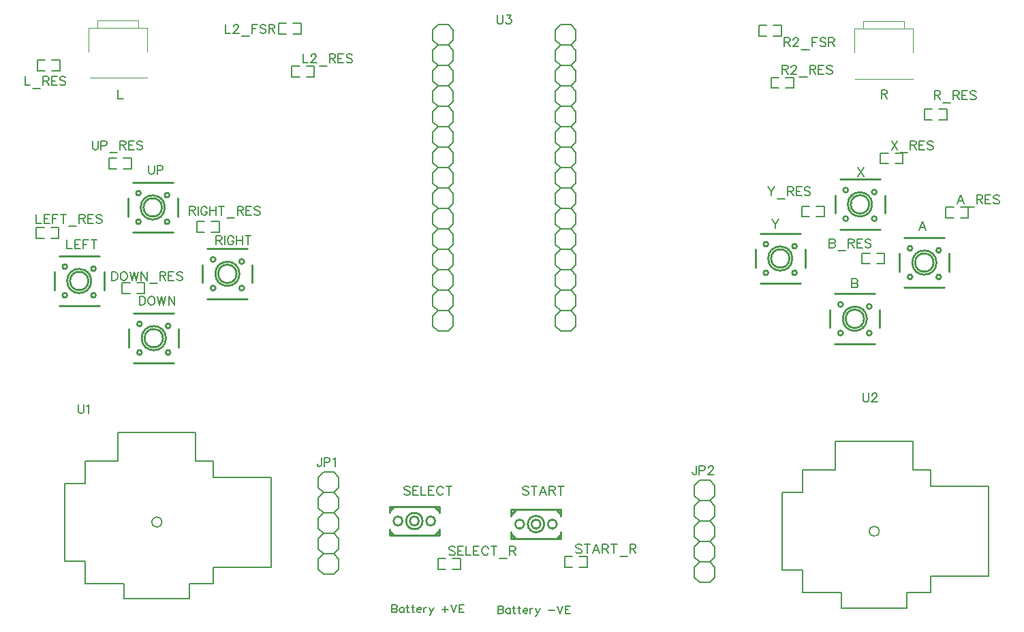
<source format=gto>
G04 Layer: TopSilkscreenLayer*
G04 EasyEDA v6.5.5, 2022-05-16 22:10:27*
G04 b8c07eb695134d75bee5dc6a5e37684e,a4ea12fd96744f7d9b8618c9b4952ea7,10*
G04 Gerber Generator version 0.2*
G04 Scale: 100 percent, Rotated: No, Reflected: No *
G04 Dimensions in millimeters *
G04 leading zeros omitted , absolute positions ,4 integer and 5 decimal *
%FSLAX45Y45*%
%MOMM*%

%ADD21C,0.2540*%
%ADD22C,0.1524*%
%ADD23C,0.2032*%
%ADD24C,0.1001*%
%ADD25C,0.2000*%

%LPD*%
D25*
X304800Y-1258062D02*
G01*
X304800Y-1353565D01*
X304800Y-1258062D02*
G01*
X345693Y-1258062D01*
X359409Y-1262634D01*
X363981Y-1267205D01*
X368554Y-1276095D01*
X368554Y-1285239D01*
X363981Y-1294384D01*
X359409Y-1298955D01*
X345693Y-1303528D01*
X304800Y-1303528D02*
G01*
X345693Y-1303528D01*
X359409Y-1308100D01*
X363981Y-1312418D01*
X368554Y-1321562D01*
X368554Y-1335278D01*
X363981Y-1344421D01*
X359409Y-1348994D01*
X345693Y-1353565D01*
X304800Y-1353565D01*
X452881Y-1289812D02*
G01*
X452881Y-1353565D01*
X452881Y-1303528D02*
G01*
X443991Y-1294384D01*
X434847Y-1289812D01*
X421131Y-1289812D01*
X411988Y-1294384D01*
X403097Y-1303528D01*
X398525Y-1316989D01*
X398525Y-1326134D01*
X403097Y-1339850D01*
X411988Y-1348994D01*
X421131Y-1353565D01*
X434847Y-1353565D01*
X443991Y-1348994D01*
X452881Y-1339850D01*
X496570Y-1258062D02*
G01*
X496570Y-1335278D01*
X501141Y-1348994D01*
X510286Y-1353565D01*
X519429Y-1353565D01*
X483108Y-1289812D02*
G01*
X514858Y-1289812D01*
X562863Y-1258062D02*
G01*
X562863Y-1335278D01*
X567436Y-1348994D01*
X576579Y-1353565D01*
X585724Y-1353565D01*
X549402Y-1289812D02*
G01*
X581152Y-1289812D01*
X615695Y-1316989D02*
G01*
X670306Y-1316989D01*
X670306Y-1308100D01*
X665734Y-1298955D01*
X661161Y-1294384D01*
X652018Y-1289812D01*
X638556Y-1289812D01*
X629411Y-1294384D01*
X620268Y-1303528D01*
X615695Y-1316989D01*
X615695Y-1326134D01*
X620268Y-1339850D01*
X629411Y-1348994D01*
X638556Y-1353565D01*
X652018Y-1353565D01*
X661161Y-1348994D01*
X670306Y-1339850D01*
X700277Y-1289812D02*
G01*
X700277Y-1353565D01*
X700277Y-1316989D02*
G01*
X704850Y-1303528D01*
X713993Y-1294384D01*
X722884Y-1289812D01*
X736600Y-1289812D01*
X771143Y-1289812D02*
G01*
X798322Y-1353565D01*
X825754Y-1289812D02*
G01*
X798322Y-1353565D01*
X789431Y-1371600D01*
X780288Y-1380744D01*
X771143Y-1385315D01*
X766572Y-1385315D01*
X966724Y-1271523D02*
G01*
X966724Y-1353565D01*
X925829Y-1312418D02*
G01*
X1007618Y-1312418D01*
X1037590Y-1258062D02*
G01*
X1073911Y-1353565D01*
X1110234Y-1258062D02*
G01*
X1073911Y-1353565D01*
X1140206Y-1258062D02*
G01*
X1140206Y-1353565D01*
X1140206Y-1258062D02*
G01*
X1199388Y-1258062D01*
X1140206Y-1303528D02*
G01*
X1176527Y-1303528D01*
X1140206Y-1353565D02*
G01*
X1199388Y-1353565D01*
D23*
X1625600Y-1270762D02*
G01*
X1625600Y-1366265D01*
X1625600Y-1270762D02*
G01*
X1666493Y-1270762D01*
X1680209Y-1275334D01*
X1684781Y-1279905D01*
X1689354Y-1288795D01*
X1689354Y-1297939D01*
X1684781Y-1307084D01*
X1680209Y-1311655D01*
X1666493Y-1316228D01*
X1625600Y-1316228D02*
G01*
X1666493Y-1316228D01*
X1680209Y-1320800D01*
X1684781Y-1325118D01*
X1689354Y-1334262D01*
X1689354Y-1347978D01*
X1684781Y-1357121D01*
X1680209Y-1361694D01*
X1666493Y-1366265D01*
X1625600Y-1366265D01*
X1773681Y-1302512D02*
G01*
X1773681Y-1366265D01*
X1773681Y-1316228D02*
G01*
X1764791Y-1307084D01*
X1755647Y-1302512D01*
X1741931Y-1302512D01*
X1732788Y-1307084D01*
X1723897Y-1316228D01*
X1719325Y-1329689D01*
X1719325Y-1338834D01*
X1723897Y-1352550D01*
X1732788Y-1361694D01*
X1741931Y-1366265D01*
X1755647Y-1366265D01*
X1764791Y-1361694D01*
X1773681Y-1352550D01*
X1817370Y-1270762D02*
G01*
X1817370Y-1347978D01*
X1821941Y-1361694D01*
X1831086Y-1366265D01*
X1840229Y-1366265D01*
X1803908Y-1302512D02*
G01*
X1835658Y-1302512D01*
X1883663Y-1270762D02*
G01*
X1883663Y-1347978D01*
X1888236Y-1361694D01*
X1897379Y-1366265D01*
X1906524Y-1366265D01*
X1870202Y-1302512D02*
G01*
X1901952Y-1302512D01*
X1936495Y-1329689D02*
G01*
X1991106Y-1329689D01*
X1991106Y-1320800D01*
X1986534Y-1311655D01*
X1981961Y-1307084D01*
X1972818Y-1302512D01*
X1959356Y-1302512D01*
X1950211Y-1307084D01*
X1941068Y-1316228D01*
X1936495Y-1329689D01*
X1936495Y-1338834D01*
X1941068Y-1352550D01*
X1950211Y-1361694D01*
X1959356Y-1366265D01*
X1972818Y-1366265D01*
X1981961Y-1361694D01*
X1991106Y-1352550D01*
X2021077Y-1302512D02*
G01*
X2021077Y-1366265D01*
X2021077Y-1329689D02*
G01*
X2025650Y-1316228D01*
X2034793Y-1307084D01*
X2043684Y-1302512D01*
X2057400Y-1302512D01*
X2091943Y-1302512D02*
G01*
X2119122Y-1366265D01*
X2146554Y-1302512D02*
G01*
X2119122Y-1366265D01*
X2110231Y-1384300D01*
X2101088Y-1393444D01*
X2091943Y-1398015D01*
X2087372Y-1398015D01*
X2246629Y-1325118D02*
G01*
X2328418Y-1325118D01*
X2358390Y-1270762D02*
G01*
X2394711Y-1366265D01*
X2431034Y-1270762D02*
G01*
X2394711Y-1366265D01*
X2461006Y-1270762D02*
G01*
X2461006Y-1366265D01*
X2461006Y-1270762D02*
G01*
X2520188Y-1270762D01*
X2461006Y-1316228D02*
G01*
X2497327Y-1316228D01*
X2461006Y-1366265D02*
G01*
X2520188Y-1366265D01*
D22*
X6899656Y3506215D02*
G01*
X6858000Y3397250D01*
X6899656Y3506215D02*
G01*
X6941058Y3397250D01*
X6873493Y3433571D02*
G01*
X6925563Y3433571D01*
X6019800Y2795015D02*
G01*
X6019800Y2686050D01*
X6019800Y2795015D02*
G01*
X6066536Y2795015D01*
X6082029Y2789936D01*
X6087363Y2784602D01*
X6092443Y2774187D01*
X6092443Y2763773D01*
X6087363Y2753360D01*
X6082029Y2748279D01*
X6066536Y2743200D01*
X6019800Y2743200D02*
G01*
X6066536Y2743200D01*
X6082029Y2737865D01*
X6087363Y2732786D01*
X6092443Y2722371D01*
X6092443Y2706623D01*
X6087363Y2696210D01*
X6082029Y2691129D01*
X6066536Y2686050D01*
X6019800Y2686050D01*
X-2832100Y2579115D02*
G01*
X-2832100Y2470150D01*
X-2832100Y2579115D02*
G01*
X-2795777Y2579115D01*
X-2780029Y2574036D01*
X-2769870Y2563621D01*
X-2764536Y2553207D01*
X-2759456Y2537460D01*
X-2759456Y2511552D01*
X-2764536Y2496057D01*
X-2769870Y2485644D01*
X-2780029Y2475229D01*
X-2795777Y2470150D01*
X-2832100Y2470150D01*
X-2693924Y2579115D02*
G01*
X-2704338Y2574036D01*
X-2714752Y2563621D01*
X-2719831Y2553207D01*
X-2725165Y2537460D01*
X-2725165Y2511552D01*
X-2719831Y2496057D01*
X-2714752Y2485644D01*
X-2704338Y2475229D01*
X-2693924Y2470150D01*
X-2673095Y2470150D01*
X-2662681Y2475229D01*
X-2652268Y2485644D01*
X-2647188Y2496057D01*
X-2641854Y2511552D01*
X-2641854Y2537460D01*
X-2647188Y2553207D01*
X-2652268Y2563621D01*
X-2662681Y2574036D01*
X-2673095Y2579115D01*
X-2693924Y2579115D01*
X-2607563Y2579115D02*
G01*
X-2581656Y2470150D01*
X-2555747Y2579115D02*
G01*
X-2581656Y2470150D01*
X-2555747Y2579115D02*
G01*
X-2529840Y2470150D01*
X-2503677Y2579115D02*
G01*
X-2529840Y2470150D01*
X-2469388Y2579115D02*
G01*
X-2469388Y2470150D01*
X-2469388Y2579115D02*
G01*
X-2396743Y2470150D01*
X-2396743Y2579115D02*
G01*
X-2396743Y2470150D01*
X-3733800Y3277615D02*
G01*
X-3733800Y3168650D01*
X-3733800Y3168650D02*
G01*
X-3671570Y3168650D01*
X-3637279Y3277615D02*
G01*
X-3637279Y3168650D01*
X-3637279Y3277615D02*
G01*
X-3569715Y3277615D01*
X-3637279Y3225800D02*
G01*
X-3595623Y3225800D01*
X-3637279Y3168650D02*
G01*
X-3569715Y3168650D01*
X-3535426Y3277615D02*
G01*
X-3535426Y3168650D01*
X-3535426Y3277615D02*
G01*
X-3467862Y3277615D01*
X-3535426Y3225800D02*
G01*
X-3493770Y3225800D01*
X-3397250Y3277615D02*
G01*
X-3397250Y3168650D01*
X-3433571Y3277615D02*
G01*
X-3360673Y3277615D01*
X-1879600Y3328415D02*
G01*
X-1879600Y3219450D01*
X-1879600Y3328415D02*
G01*
X-1832863Y3328415D01*
X-1817370Y3323336D01*
X-1812036Y3318002D01*
X-1806956Y3307587D01*
X-1806956Y3297173D01*
X-1812036Y3286760D01*
X-1817370Y3281679D01*
X-1832863Y3276600D01*
X-1879600Y3276600D01*
X-1843277Y3276600D02*
G01*
X-1806956Y3219450D01*
X-1772665Y3328415D02*
G01*
X-1772665Y3219450D01*
X-1660397Y3302507D02*
G01*
X-1665477Y3312921D01*
X-1675891Y3323336D01*
X-1686306Y3328415D01*
X-1707134Y3328415D01*
X-1717547Y3323336D01*
X-1727961Y3312921D01*
X-1733041Y3302507D01*
X-1738375Y3286760D01*
X-1738375Y3260852D01*
X-1733041Y3245357D01*
X-1727961Y3234944D01*
X-1717547Y3224529D01*
X-1707134Y3219450D01*
X-1686306Y3219450D01*
X-1675891Y3224529D01*
X-1665477Y3234944D01*
X-1660397Y3245357D01*
X-1660397Y3260852D01*
X-1686306Y3260852D02*
G01*
X-1660397Y3260852D01*
X-1626108Y3328415D02*
G01*
X-1626108Y3219450D01*
X-1553209Y3328415D02*
G01*
X-1553209Y3219450D01*
X-1626108Y3276600D02*
G01*
X-1553209Y3276600D01*
X-1482597Y3328415D02*
G01*
X-1482597Y3219450D01*
X-1518920Y3328415D02*
G01*
X-1446275Y3328415D01*
X-2717800Y4204715D02*
G01*
X-2717800Y4126737D01*
X-2712720Y4111244D01*
X-2702306Y4100829D01*
X-2686558Y4095750D01*
X-2676143Y4095750D01*
X-2660650Y4100829D01*
X-2650236Y4111244D01*
X-2645156Y4126737D01*
X-2645156Y4204715D01*
X-2610865Y4204715D02*
G01*
X-2610865Y4095750D01*
X-2610865Y4204715D02*
G01*
X-2564129Y4204715D01*
X-2548381Y4199636D01*
X-2543302Y4194302D01*
X-2537968Y4183887D01*
X-2537968Y4168394D01*
X-2543302Y4157979D01*
X-2548381Y4152900D01*
X-2564129Y4147565D01*
X-2610865Y4147565D01*
X6096000Y4179315D02*
G01*
X6168643Y4070350D01*
X6168643Y4179315D02*
G01*
X6096000Y4070350D01*
X5029200Y3531615D02*
G01*
X5070856Y3479800D01*
X5070856Y3422650D01*
X5112258Y3531615D02*
G01*
X5070856Y3479800D01*
X-570229Y572515D02*
G01*
X-570229Y489457D01*
X-575563Y473710D01*
X-580643Y468629D01*
X-591058Y463550D01*
X-601472Y463550D01*
X-611886Y468629D01*
X-617220Y473710D01*
X-622300Y489457D01*
X-622300Y499871D01*
X-535940Y572515D02*
G01*
X-535940Y463550D01*
X-535940Y572515D02*
G01*
X-489204Y572515D01*
X-473709Y567436D01*
X-468629Y562102D01*
X-463295Y551687D01*
X-463295Y536194D01*
X-468629Y525779D01*
X-473709Y520700D01*
X-489204Y515365D01*
X-535940Y515365D01*
X-429006Y551687D02*
G01*
X-418591Y557021D01*
X-403097Y572515D01*
X-403097Y463550D01*
X4090670Y470915D02*
G01*
X4090670Y387857D01*
X4085336Y372110D01*
X4080256Y367029D01*
X4069841Y361950D01*
X4059427Y361950D01*
X4049013Y367029D01*
X4043679Y372110D01*
X4038600Y387857D01*
X4038600Y398271D01*
X4124959Y470915D02*
G01*
X4124959Y361950D01*
X4124959Y470915D02*
G01*
X4171695Y470915D01*
X4187190Y465836D01*
X4192270Y460502D01*
X4197604Y450087D01*
X4197604Y434594D01*
X4192270Y424179D01*
X4187190Y419100D01*
X4171695Y413765D01*
X4124959Y413765D01*
X4236974Y445007D02*
G01*
X4236974Y450087D01*
X4242308Y460502D01*
X4247388Y465836D01*
X4257802Y470915D01*
X4278629Y470915D01*
X4289043Y465836D01*
X4294124Y460502D01*
X4299458Y450087D01*
X4299458Y439673D01*
X4294124Y429260D01*
X4283709Y413765D01*
X4231893Y361950D01*
X4304538Y361950D01*
X529843Y201424D02*
G01*
X519429Y211838D01*
X503936Y216918D01*
X483108Y216918D01*
X467613Y211838D01*
X457200Y201424D01*
X457200Y191010D01*
X462279Y180596D01*
X467613Y175262D01*
X478027Y170182D01*
X509270Y159768D01*
X519429Y154688D01*
X524763Y149354D01*
X529843Y138940D01*
X529843Y123446D01*
X519429Y113032D01*
X503936Y107952D01*
X483108Y107952D01*
X467613Y113032D01*
X457200Y123446D01*
X564134Y216918D02*
G01*
X564134Y107952D01*
X564134Y216918D02*
G01*
X631697Y216918D01*
X564134Y165102D02*
G01*
X605790Y165102D01*
X564134Y107952D02*
G01*
X631697Y107952D01*
X665988Y216918D02*
G01*
X665988Y107952D01*
X665988Y107952D02*
G01*
X728472Y107952D01*
X762761Y216918D02*
G01*
X762761Y107952D01*
X762761Y216918D02*
G01*
X830325Y216918D01*
X762761Y165102D02*
G01*
X804163Y165102D01*
X762761Y107952D02*
G01*
X830325Y107952D01*
X942340Y191010D02*
G01*
X937259Y201424D01*
X926845Y211838D01*
X916431Y216918D01*
X895604Y216918D01*
X885190Y211838D01*
X875029Y201424D01*
X869695Y191010D01*
X864615Y175262D01*
X864615Y149354D01*
X869695Y133860D01*
X875029Y123446D01*
X885190Y113032D01*
X895604Y107952D01*
X916431Y107952D01*
X926845Y113032D01*
X937259Y123446D01*
X942340Y133860D01*
X1013206Y216918D02*
G01*
X1013206Y107952D01*
X976629Y216918D02*
G01*
X1049527Y216918D01*
X2003043Y201424D02*
G01*
X1992629Y211838D01*
X1977136Y216918D01*
X1956308Y216918D01*
X1940813Y211838D01*
X1930400Y201424D01*
X1930400Y191010D01*
X1935479Y180596D01*
X1940813Y175262D01*
X1951227Y170182D01*
X1982470Y159768D01*
X1992629Y154688D01*
X1997963Y149354D01*
X2003043Y138940D01*
X2003043Y123446D01*
X1992629Y113032D01*
X1977136Y107952D01*
X1956308Y107952D01*
X1940813Y113032D01*
X1930400Y123446D01*
X2073909Y216918D02*
G01*
X2073909Y107952D01*
X2037334Y216918D02*
G01*
X2110231Y216918D01*
X2185924Y216918D02*
G01*
X2144522Y107952D01*
X2185924Y216918D02*
G01*
X2227579Y107952D01*
X2160015Y144274D02*
G01*
X2212086Y144274D01*
X2261870Y216918D02*
G01*
X2261870Y107952D01*
X2261870Y216918D02*
G01*
X2308606Y216918D01*
X2324100Y211838D01*
X2329434Y206504D01*
X2334513Y196090D01*
X2334513Y185676D01*
X2329434Y175262D01*
X2324100Y170182D01*
X2308606Y165102D01*
X2261870Y165102D01*
X2298191Y165102D02*
G01*
X2334513Y107952D01*
X2405379Y216918D02*
G01*
X2405379Y107952D01*
X2368804Y216918D02*
G01*
X2441702Y216918D01*
X-3594100Y1232915D02*
G01*
X-3594100Y1154937D01*
X-3589020Y1139444D01*
X-3578605Y1129029D01*
X-3562857Y1123950D01*
X-3552444Y1123950D01*
X-3536950Y1129029D01*
X-3526536Y1139444D01*
X-3521455Y1154937D01*
X-3521455Y1232915D01*
X-3487165Y1212087D02*
G01*
X-3476752Y1217421D01*
X-3461004Y1232915D01*
X-3461004Y1123950D01*
X6159500Y1372615D02*
G01*
X6159500Y1294637D01*
X6164579Y1279144D01*
X6174993Y1268729D01*
X6190741Y1263650D01*
X6201156Y1263650D01*
X6216650Y1268729D01*
X6227063Y1279144D01*
X6232143Y1294637D01*
X6232143Y1372615D01*
X6271768Y1346707D02*
G01*
X6271768Y1351787D01*
X6276847Y1362202D01*
X6282181Y1367536D01*
X6292595Y1372615D01*
X6313170Y1372615D01*
X6323584Y1367536D01*
X6328918Y1362202D01*
X6333997Y1351787D01*
X6333997Y1341373D01*
X6328918Y1330960D01*
X6318504Y1315465D01*
X6266434Y1263650D01*
X6339331Y1263650D01*
X-1765300Y5957315D02*
G01*
X-1765300Y5848350D01*
X-1765300Y5848350D02*
G01*
X-1703070Y5848350D01*
X-1663445Y5931407D02*
G01*
X-1663445Y5936487D01*
X-1658365Y5946902D01*
X-1653031Y5952236D01*
X-1642618Y5957315D01*
X-1621790Y5957315D01*
X-1611629Y5952236D01*
X-1606295Y5946902D01*
X-1601215Y5936487D01*
X-1601215Y5926073D01*
X-1606295Y5915660D01*
X-1616709Y5900165D01*
X-1668779Y5848350D01*
X-1595881Y5848350D01*
X-1561591Y5811773D02*
G01*
X-1468120Y5811773D01*
X-1433829Y5957315D02*
G01*
X-1433829Y5848350D01*
X-1433829Y5957315D02*
G01*
X-1366265Y5957315D01*
X-1433829Y5905500D02*
G01*
X-1392174Y5905500D01*
X-1259331Y5941821D02*
G01*
X-1269745Y5952236D01*
X-1285240Y5957315D01*
X-1306068Y5957315D01*
X-1321561Y5952236D01*
X-1331975Y5941821D01*
X-1331975Y5931407D01*
X-1326895Y5920994D01*
X-1321561Y5915660D01*
X-1311147Y5910579D01*
X-1280159Y5900165D01*
X-1269745Y5895086D01*
X-1264411Y5889752D01*
X-1259331Y5879337D01*
X-1259331Y5863844D01*
X-1269745Y5853429D01*
X-1285240Y5848350D01*
X-1306068Y5848350D01*
X-1321561Y5853429D01*
X-1331975Y5863844D01*
X-1225041Y5957315D02*
G01*
X-1225041Y5848350D01*
X-1225041Y5957315D02*
G01*
X-1178306Y5957315D01*
X-1162558Y5952236D01*
X-1157477Y5946902D01*
X-1152143Y5936487D01*
X-1152143Y5926073D01*
X-1157477Y5915660D01*
X-1162558Y5910579D01*
X-1178306Y5905500D01*
X-1225041Y5905500D01*
X-1188720Y5905500D02*
G01*
X-1152143Y5848350D01*
X-800100Y5589015D02*
G01*
X-800100Y5480050D01*
X-800100Y5480050D02*
G01*
X-737870Y5480050D01*
X-698245Y5563107D02*
G01*
X-698245Y5568187D01*
X-693165Y5578602D01*
X-687831Y5583936D01*
X-677418Y5589015D01*
X-656590Y5589015D01*
X-646429Y5583936D01*
X-641095Y5578602D01*
X-636015Y5568187D01*
X-636015Y5557773D01*
X-641095Y5547360D01*
X-651509Y5531865D01*
X-703579Y5480050D01*
X-630681Y5480050D01*
X-596391Y5443473D02*
G01*
X-502920Y5443473D01*
X-468629Y5589015D02*
G01*
X-468629Y5480050D01*
X-468629Y5589015D02*
G01*
X-421893Y5589015D01*
X-406400Y5583936D01*
X-401065Y5578602D01*
X-395986Y5568187D01*
X-395986Y5557773D01*
X-401065Y5547360D01*
X-406400Y5542279D01*
X-421893Y5537200D01*
X-468629Y5537200D01*
X-432308Y5537200D02*
G01*
X-395986Y5480050D01*
X-361695Y5589015D02*
G01*
X-361695Y5480050D01*
X-361695Y5589015D02*
G01*
X-294131Y5589015D01*
X-361695Y5537200D02*
G01*
X-320040Y5537200D01*
X-361695Y5480050D02*
G01*
X-294131Y5480050D01*
X-186943Y5573521D02*
G01*
X-197358Y5583936D01*
X-213106Y5589015D01*
X-233679Y5589015D01*
X-249427Y5583936D01*
X-259841Y5573521D01*
X-259841Y5563107D01*
X-254508Y5552694D01*
X-249427Y5547360D01*
X-239013Y5542279D01*
X-207772Y5531865D01*
X-197358Y5526786D01*
X-192277Y5521452D01*
X-186943Y5511037D01*
X-186943Y5495544D01*
X-197358Y5485129D01*
X-213106Y5480050D01*
X-233679Y5480050D01*
X-249427Y5485129D01*
X-259841Y5495544D01*
X5181600Y5792215D02*
G01*
X5181600Y5683250D01*
X5181600Y5792215D02*
G01*
X5228336Y5792215D01*
X5243829Y5787136D01*
X5249163Y5781802D01*
X5254243Y5771387D01*
X5254243Y5760973D01*
X5249163Y5750560D01*
X5243829Y5745479D01*
X5228336Y5740400D01*
X5181600Y5740400D01*
X5217922Y5740400D02*
G01*
X5254243Y5683250D01*
X5293868Y5766307D02*
G01*
X5293868Y5771387D01*
X5298947Y5781802D01*
X5304281Y5787136D01*
X5314695Y5792215D01*
X5335270Y5792215D01*
X5345684Y5787136D01*
X5351018Y5781802D01*
X5356097Y5771387D01*
X5356097Y5760973D01*
X5351018Y5750560D01*
X5340604Y5735065D01*
X5288534Y5683250D01*
X5361431Y5683250D01*
X5395722Y5646673D02*
G01*
X5489193Y5646673D01*
X5523484Y5792215D02*
G01*
X5523484Y5683250D01*
X5523484Y5792215D02*
G01*
X5591047Y5792215D01*
X5523484Y5740400D02*
G01*
X5565140Y5740400D01*
X5697981Y5776721D02*
G01*
X5687568Y5787136D01*
X5672074Y5792215D01*
X5651245Y5792215D01*
X5635752Y5787136D01*
X5625338Y5776721D01*
X5625338Y5766307D01*
X5630418Y5755894D01*
X5635752Y5750560D01*
X5646165Y5745479D01*
X5677154Y5735065D01*
X5687568Y5729986D01*
X5692902Y5724652D01*
X5697981Y5714237D01*
X5697981Y5698744D01*
X5687568Y5688329D01*
X5672074Y5683250D01*
X5651245Y5683250D01*
X5635752Y5688329D01*
X5625338Y5698744D01*
X5732272Y5792215D02*
G01*
X5732272Y5683250D01*
X5732272Y5792215D02*
G01*
X5779008Y5792215D01*
X5794756Y5787136D01*
X5799836Y5781802D01*
X5805170Y5771387D01*
X5805170Y5760973D01*
X5799836Y5750560D01*
X5794756Y5745479D01*
X5779008Y5740400D01*
X5732272Y5740400D01*
X5768593Y5740400D02*
G01*
X5805170Y5683250D01*
X5156200Y5449315D02*
G01*
X5156200Y5340350D01*
X5156200Y5449315D02*
G01*
X5202936Y5449315D01*
X5218429Y5444236D01*
X5223763Y5438902D01*
X5228843Y5428487D01*
X5228843Y5418073D01*
X5223763Y5407660D01*
X5218429Y5402579D01*
X5202936Y5397500D01*
X5156200Y5397500D01*
X5192522Y5397500D02*
G01*
X5228843Y5340350D01*
X5268468Y5423407D02*
G01*
X5268468Y5428487D01*
X5273547Y5438902D01*
X5278881Y5444236D01*
X5289295Y5449315D01*
X5309870Y5449315D01*
X5320284Y5444236D01*
X5325618Y5438902D01*
X5330697Y5428487D01*
X5330697Y5418073D01*
X5325618Y5407660D01*
X5315204Y5392165D01*
X5263134Y5340350D01*
X5336031Y5340350D01*
X5370322Y5303773D02*
G01*
X5463793Y5303773D01*
X5498084Y5449315D02*
G01*
X5498084Y5340350D01*
X5498084Y5449315D02*
G01*
X5544820Y5449315D01*
X5560313Y5444236D01*
X5565647Y5438902D01*
X5570727Y5428487D01*
X5570727Y5418073D01*
X5565647Y5407660D01*
X5560313Y5402579D01*
X5544820Y5397500D01*
X5498084Y5397500D01*
X5534406Y5397500D02*
G01*
X5570727Y5340350D01*
X5605018Y5449315D02*
G01*
X5605018Y5340350D01*
X5605018Y5449315D02*
G01*
X5672581Y5449315D01*
X5605018Y5397500D02*
G01*
X5646674Y5397500D01*
X5605018Y5340350D02*
G01*
X5672581Y5340350D01*
X5779770Y5433821D02*
G01*
X5769356Y5444236D01*
X5753608Y5449315D01*
X5732779Y5449315D01*
X5717286Y5444236D01*
X5706872Y5433821D01*
X5706872Y5423407D01*
X5712206Y5412994D01*
X5717286Y5407660D01*
X5727700Y5402579D01*
X5758941Y5392165D01*
X5769356Y5387086D01*
X5774436Y5381752D01*
X5779770Y5371337D01*
X5779770Y5355844D01*
X5769356Y5345429D01*
X5753608Y5340350D01*
X5732779Y5340350D01*
X5717286Y5345429D01*
X5706872Y5355844D01*
X1612900Y6071615D02*
G01*
X1612900Y5993637D01*
X1617979Y5978144D01*
X1628393Y5967729D01*
X1644141Y5962650D01*
X1654556Y5962650D01*
X1670050Y5967729D01*
X1680463Y5978144D01*
X1685543Y5993637D01*
X1685543Y6071615D01*
X1730247Y6071615D02*
G01*
X1787397Y6071615D01*
X1756409Y6029960D01*
X1771904Y6029960D01*
X1782318Y6024879D01*
X1787397Y6019800D01*
X1792731Y6004052D01*
X1792731Y5993637D01*
X1787397Y5978144D01*
X1776984Y5967729D01*
X1761490Y5962650D01*
X1745995Y5962650D01*
X1730247Y5967729D01*
X1725168Y5972810D01*
X1719834Y5983223D01*
X7369556Y3836415D02*
G01*
X7327900Y3727450D01*
X7369556Y3836415D02*
G01*
X7411211Y3727450D01*
X7343647Y3763771D02*
G01*
X7395463Y3763771D01*
X7445502Y3690873D02*
G01*
X7538974Y3690873D01*
X7573263Y3836415D02*
G01*
X7573263Y3727450D01*
X7573263Y3836415D02*
G01*
X7620000Y3836415D01*
X7635493Y3831336D01*
X7640827Y3826002D01*
X7645908Y3815587D01*
X7645908Y3805173D01*
X7640827Y3794760D01*
X7635493Y3789679D01*
X7620000Y3784600D01*
X7573263Y3784600D01*
X7609586Y3784600D02*
G01*
X7645908Y3727450D01*
X7680197Y3836415D02*
G01*
X7680197Y3727450D01*
X7680197Y3836415D02*
G01*
X7747761Y3836415D01*
X7680197Y3784600D02*
G01*
X7721854Y3784600D01*
X7680197Y3727450D02*
G01*
X7747761Y3727450D01*
X7854695Y3820921D02*
G01*
X7844281Y3831336D01*
X7828788Y3836415D01*
X7807959Y3836415D01*
X7792465Y3831336D01*
X7782052Y3820921D01*
X7782052Y3810507D01*
X7787131Y3800094D01*
X7792465Y3794760D01*
X7802879Y3789679D01*
X7834122Y3779265D01*
X7844281Y3774186D01*
X7849615Y3768852D01*
X7854695Y3758437D01*
X7854695Y3742944D01*
X7844281Y3732529D01*
X7828788Y3727450D01*
X7807959Y3727450D01*
X7792465Y3732529D01*
X7782052Y3742944D01*
X5740400Y3290315D02*
G01*
X5740400Y3181350D01*
X5740400Y3290315D02*
G01*
X5787136Y3290315D01*
X5802629Y3285236D01*
X5807963Y3279902D01*
X5813043Y3269487D01*
X5813043Y3259073D01*
X5807963Y3248660D01*
X5802629Y3243579D01*
X5787136Y3238500D01*
X5740400Y3238500D02*
G01*
X5787136Y3238500D01*
X5802629Y3233165D01*
X5807963Y3228086D01*
X5813043Y3217671D01*
X5813043Y3201923D01*
X5807963Y3191510D01*
X5802629Y3186429D01*
X5787136Y3181350D01*
X5740400Y3181350D01*
X5847334Y3144773D02*
G01*
X5941059Y3144773D01*
X5975350Y3290315D02*
G01*
X5975350Y3181350D01*
X5975350Y3290315D02*
G01*
X6022086Y3290315D01*
X6037579Y3285236D01*
X6042659Y3279902D01*
X6047993Y3269487D01*
X6047993Y3259073D01*
X6042659Y3248660D01*
X6037579Y3243579D01*
X6022086Y3238500D01*
X5975350Y3238500D01*
X6011672Y3238500D02*
G01*
X6047993Y3181350D01*
X6082284Y3290315D02*
G01*
X6082284Y3181350D01*
X6082284Y3290315D02*
G01*
X6149847Y3290315D01*
X6082284Y3238500D02*
G01*
X6123940Y3238500D01*
X6082284Y3181350D02*
G01*
X6149847Y3181350D01*
X6256781Y3274821D02*
G01*
X6246368Y3285236D01*
X6230874Y3290315D01*
X6210045Y3290315D01*
X6194552Y3285236D01*
X6184138Y3274821D01*
X6184138Y3264407D01*
X6189218Y3253994D01*
X6194552Y3248660D01*
X6204965Y3243579D01*
X6235954Y3233165D01*
X6246368Y3228086D01*
X6251702Y3222752D01*
X6256781Y3212337D01*
X6256781Y3196844D01*
X6246368Y3186429D01*
X6230874Y3181350D01*
X6210045Y3181350D01*
X6194552Y3186429D01*
X6184138Y3196844D01*
X-3175000Y2883915D02*
G01*
X-3175000Y2774950D01*
X-3175000Y2883915D02*
G01*
X-3138678Y2883915D01*
X-3122929Y2878836D01*
X-3112770Y2868421D01*
X-3107436Y2858007D01*
X-3102356Y2842260D01*
X-3102356Y2816352D01*
X-3107436Y2800857D01*
X-3112770Y2790444D01*
X-3122929Y2780029D01*
X-3138678Y2774950D01*
X-3175000Y2774950D01*
X-3036824Y2883915D02*
G01*
X-3047238Y2878836D01*
X-3057652Y2868421D01*
X-3062731Y2858007D01*
X-3068065Y2842260D01*
X-3068065Y2816352D01*
X-3062731Y2800857D01*
X-3057652Y2790444D01*
X-3047238Y2780029D01*
X-3036824Y2774950D01*
X-3015995Y2774950D01*
X-3005581Y2780029D01*
X-2995168Y2790444D01*
X-2990088Y2800857D01*
X-2984754Y2816352D01*
X-2984754Y2842260D01*
X-2990088Y2858007D01*
X-2995168Y2868421D01*
X-3005581Y2878836D01*
X-3015995Y2883915D01*
X-3036824Y2883915D01*
X-2950463Y2883915D02*
G01*
X-2924556Y2774950D01*
X-2898647Y2883915D02*
G01*
X-2924556Y2774950D01*
X-2898647Y2883915D02*
G01*
X-2872740Y2774950D01*
X-2846577Y2883915D02*
G01*
X-2872740Y2774950D01*
X-2812288Y2883915D02*
G01*
X-2812288Y2774950D01*
X-2812288Y2883915D02*
G01*
X-2739643Y2774950D01*
X-2739643Y2883915D02*
G01*
X-2739643Y2774950D01*
X-2705354Y2738373D02*
G01*
X-2611881Y2738373D01*
X-2577591Y2883915D02*
G01*
X-2577591Y2774950D01*
X-2577591Y2883915D02*
G01*
X-2530856Y2883915D01*
X-2515108Y2878836D01*
X-2510027Y2873502D01*
X-2504693Y2863087D01*
X-2504693Y2852673D01*
X-2510027Y2842260D01*
X-2515108Y2837179D01*
X-2530856Y2832100D01*
X-2577591Y2832100D01*
X-2541270Y2832100D02*
G01*
X-2504693Y2774950D01*
X-2470404Y2883915D02*
G01*
X-2470404Y2774950D01*
X-2470404Y2883915D02*
G01*
X-2402840Y2883915D01*
X-2470404Y2832100D02*
G01*
X-2429002Y2832100D01*
X-2470404Y2774950D02*
G01*
X-2402840Y2774950D01*
X-2295906Y2868421D02*
G01*
X-2306320Y2878836D01*
X-2321813Y2883915D01*
X-2342641Y2883915D01*
X-2358390Y2878836D01*
X-2368550Y2868421D01*
X-2368550Y2858007D01*
X-2363470Y2847594D01*
X-2358390Y2842260D01*
X-2347975Y2837179D01*
X-2316734Y2826765D01*
X-2306320Y2821686D01*
X-2301240Y2816352D01*
X-2295906Y2805937D01*
X-2295906Y2790444D01*
X-2306320Y2780029D01*
X-2321813Y2774950D01*
X-2342641Y2774950D01*
X-2358390Y2780029D01*
X-2368550Y2790444D01*
X-4114876Y3595115D02*
G01*
X-4114876Y3486150D01*
X-4114876Y3486150D02*
G01*
X-4052392Y3486150D01*
X-4018102Y3595115D02*
G01*
X-4018102Y3486150D01*
X-4018102Y3595115D02*
G01*
X-3950538Y3595115D01*
X-4018102Y3543300D02*
G01*
X-3976700Y3543300D01*
X-4018102Y3486150D02*
G01*
X-3950538Y3486150D01*
X-3916248Y3595115D02*
G01*
X-3916248Y3486150D01*
X-3916248Y3595115D02*
G01*
X-3848684Y3595115D01*
X-3916248Y3543300D02*
G01*
X-3874846Y3543300D01*
X-3778072Y3595115D02*
G01*
X-3778072Y3486150D01*
X-3814394Y3595115D02*
G01*
X-3741750Y3595115D01*
X-3707460Y3449573D02*
G01*
X-3613988Y3449573D01*
X-3579698Y3595115D02*
G01*
X-3579698Y3486150D01*
X-3579698Y3595115D02*
G01*
X-3532962Y3595115D01*
X-3517214Y3590036D01*
X-3512134Y3584702D01*
X-3507054Y3574287D01*
X-3507054Y3563873D01*
X-3512134Y3553460D01*
X-3517214Y3548379D01*
X-3532962Y3543300D01*
X-3579698Y3543300D01*
X-3543376Y3543300D02*
G01*
X-3507054Y3486150D01*
X-3472764Y3595115D02*
G01*
X-3472764Y3486150D01*
X-3472764Y3595115D02*
G01*
X-3405200Y3595115D01*
X-3472764Y3543300D02*
G01*
X-3431108Y3543300D01*
X-3472764Y3486150D02*
G01*
X-3405200Y3486150D01*
X-3298012Y3579621D02*
G01*
X-3308426Y3590036D01*
X-3324174Y3595115D01*
X-3344748Y3595115D01*
X-3360496Y3590036D01*
X-3370910Y3579621D01*
X-3370910Y3569207D01*
X-3365576Y3558794D01*
X-3360496Y3553460D01*
X-3350082Y3548379D01*
X-3318840Y3537965D01*
X-3308426Y3532886D01*
X-3303346Y3527552D01*
X-3298012Y3517137D01*
X-3298012Y3501644D01*
X-3308426Y3491229D01*
X-3324174Y3486150D01*
X-3344748Y3486150D01*
X-3360496Y3491229D01*
X-3370910Y3501644D01*
X-4254500Y5309615D02*
G01*
X-4254500Y5200650D01*
X-4254500Y5200650D02*
G01*
X-4192270Y5200650D01*
X-4157979Y5164073D02*
G01*
X-4064254Y5164073D01*
X-4029963Y5309615D02*
G01*
X-4029963Y5200650D01*
X-4029963Y5309615D02*
G01*
X-3983228Y5309615D01*
X-3967734Y5304536D01*
X-3962400Y5299202D01*
X-3957320Y5288787D01*
X-3957320Y5278373D01*
X-3962400Y5267960D01*
X-3967734Y5262879D01*
X-3983228Y5257800D01*
X-4029963Y5257800D01*
X-3993642Y5257800D02*
G01*
X-3957320Y5200650D01*
X-3923029Y5309615D02*
G01*
X-3923029Y5200650D01*
X-3923029Y5309615D02*
G01*
X-3855465Y5309615D01*
X-3923029Y5257800D02*
G01*
X-3881373Y5257800D01*
X-3923029Y5200650D02*
G01*
X-3855465Y5200650D01*
X-3748531Y5294121D02*
G01*
X-3758945Y5304536D01*
X-3774439Y5309615D01*
X-3795268Y5309615D01*
X-3810762Y5304536D01*
X-3821176Y5294121D01*
X-3821176Y5283707D01*
X-3816095Y5273294D01*
X-3810762Y5267960D01*
X-3800347Y5262879D01*
X-3769360Y5252465D01*
X-3758945Y5247386D01*
X-3753612Y5242052D01*
X-3748531Y5231637D01*
X-3748531Y5216144D01*
X-3758945Y5205729D01*
X-3774439Y5200650D01*
X-3795268Y5200650D01*
X-3810762Y5205729D01*
X-3821176Y5216144D01*
X-2209800Y3696715D02*
G01*
X-2209800Y3587750D01*
X-2209800Y3696715D02*
G01*
X-2163063Y3696715D01*
X-2147570Y3691636D01*
X-2142236Y3686302D01*
X-2137156Y3675887D01*
X-2137156Y3665473D01*
X-2142236Y3655060D01*
X-2147570Y3649979D01*
X-2163063Y3644900D01*
X-2209800Y3644900D01*
X-2173477Y3644900D02*
G01*
X-2137156Y3587750D01*
X-2102865Y3696715D02*
G01*
X-2102865Y3587750D01*
X-1990597Y3670807D02*
G01*
X-1995677Y3681221D01*
X-2006091Y3691636D01*
X-2016506Y3696715D01*
X-2037334Y3696715D01*
X-2047747Y3691636D01*
X-2058161Y3681221D01*
X-2063241Y3670807D01*
X-2068575Y3655060D01*
X-2068575Y3629152D01*
X-2063241Y3613657D01*
X-2058161Y3603244D01*
X-2047747Y3592829D01*
X-2037334Y3587750D01*
X-2016506Y3587750D01*
X-2006091Y3592829D01*
X-1995677Y3603244D01*
X-1990597Y3613657D01*
X-1990597Y3629152D01*
X-2016506Y3629152D02*
G01*
X-1990597Y3629152D01*
X-1956308Y3696715D02*
G01*
X-1956308Y3587750D01*
X-1883409Y3696715D02*
G01*
X-1883409Y3587750D01*
X-1956308Y3644900D02*
G01*
X-1883409Y3644900D01*
X-1812797Y3696715D02*
G01*
X-1812797Y3587750D01*
X-1849120Y3696715D02*
G01*
X-1776475Y3696715D01*
X-1742186Y3551173D02*
G01*
X-1648713Y3551173D01*
X-1614424Y3696715D02*
G01*
X-1614424Y3587750D01*
X-1614424Y3696715D02*
G01*
X-1567688Y3696715D01*
X-1551940Y3691636D01*
X-1546859Y3686302D01*
X-1541779Y3675887D01*
X-1541779Y3665473D01*
X-1546859Y3655060D01*
X-1551940Y3649979D01*
X-1567688Y3644900D01*
X-1614424Y3644900D01*
X-1578102Y3644900D02*
G01*
X-1541779Y3587750D01*
X-1507490Y3696715D02*
G01*
X-1507490Y3587750D01*
X-1507490Y3696715D02*
G01*
X-1439925Y3696715D01*
X-1507490Y3644900D02*
G01*
X-1465834Y3644900D01*
X-1507490Y3587750D02*
G01*
X-1439925Y3587750D01*
X-1332738Y3681221D02*
G01*
X-1343152Y3691636D01*
X-1358900Y3696715D01*
X-1379474Y3696715D01*
X-1395222Y3691636D01*
X-1405636Y3681221D01*
X-1405636Y3670807D01*
X-1400302Y3660394D01*
X-1395222Y3655060D01*
X-1384808Y3649979D01*
X-1353565Y3639565D01*
X-1343152Y3634486D01*
X-1338072Y3629152D01*
X-1332738Y3618737D01*
X-1332738Y3603244D01*
X-1343152Y3592829D01*
X-1358900Y3587750D01*
X-1379474Y3587750D01*
X-1395222Y3592829D01*
X-1405636Y3603244D01*
X7048423Y5131815D02*
G01*
X7048423Y5022850D01*
X7048423Y5131815D02*
G01*
X7095159Y5131815D01*
X7110907Y5126736D01*
X7115987Y5121402D01*
X7121321Y5110987D01*
X7121321Y5100573D01*
X7115987Y5090160D01*
X7110907Y5085079D01*
X7095159Y5080000D01*
X7048423Y5080000D01*
X7084745Y5080000D02*
G01*
X7121321Y5022850D01*
X7155611Y4986273D02*
G01*
X7249083Y4986273D01*
X7283373Y5131815D02*
G01*
X7283373Y5022850D01*
X7283373Y5131815D02*
G01*
X7330109Y5131815D01*
X7345603Y5126736D01*
X7350937Y5121402D01*
X7356017Y5110987D01*
X7356017Y5100573D01*
X7350937Y5090160D01*
X7345603Y5085079D01*
X7330109Y5080000D01*
X7283373Y5080000D01*
X7319695Y5080000D02*
G01*
X7356017Y5022850D01*
X7390307Y5131815D02*
G01*
X7390307Y5022850D01*
X7390307Y5131815D02*
G01*
X7457871Y5131815D01*
X7390307Y5080000D02*
G01*
X7431963Y5080000D01*
X7390307Y5022850D02*
G01*
X7457871Y5022850D01*
X7564805Y5116321D02*
G01*
X7554645Y5126736D01*
X7538897Y5131815D01*
X7518069Y5131815D01*
X7502575Y5126736D01*
X7492161Y5116321D01*
X7492161Y5105907D01*
X7497495Y5095494D01*
X7502575Y5090160D01*
X7512989Y5085079D01*
X7544231Y5074665D01*
X7554645Y5069586D01*
X7559725Y5064252D01*
X7564805Y5053837D01*
X7564805Y5038344D01*
X7554645Y5027929D01*
X7538897Y5022850D01*
X7518069Y5022850D01*
X7502575Y5027929D01*
X7492161Y5038344D01*
X1088897Y-547878D02*
G01*
X1078484Y-537463D01*
X1062736Y-532384D01*
X1042161Y-532384D01*
X1026413Y-537463D01*
X1016000Y-547878D01*
X1016000Y-558292D01*
X1021334Y-568705D01*
X1026413Y-574039D01*
X1036827Y-579120D01*
X1068070Y-589534D01*
X1078484Y-594613D01*
X1083563Y-599947D01*
X1088897Y-610362D01*
X1088897Y-625855D01*
X1078484Y-636270D01*
X1062736Y-641350D01*
X1042161Y-641350D01*
X1026413Y-636270D01*
X1016000Y-625855D01*
X1123188Y-532384D02*
G01*
X1123188Y-641350D01*
X1123188Y-532384D02*
G01*
X1190752Y-532384D01*
X1123188Y-584200D02*
G01*
X1164590Y-584200D01*
X1123188Y-641350D02*
G01*
X1190752Y-641350D01*
X1225041Y-532384D02*
G01*
X1225041Y-641350D01*
X1225041Y-641350D02*
G01*
X1287272Y-641350D01*
X1321561Y-532384D02*
G01*
X1321561Y-641350D01*
X1321561Y-532384D02*
G01*
X1389125Y-532384D01*
X1321561Y-584200D02*
G01*
X1363218Y-584200D01*
X1321561Y-641350D02*
G01*
X1389125Y-641350D01*
X1501393Y-558292D02*
G01*
X1496059Y-547878D01*
X1485645Y-537463D01*
X1475231Y-532384D01*
X1454658Y-532384D01*
X1444243Y-537463D01*
X1433829Y-547878D01*
X1428495Y-558292D01*
X1423415Y-574039D01*
X1423415Y-599947D01*
X1428495Y-615442D01*
X1433829Y-625855D01*
X1444243Y-636270D01*
X1454658Y-641350D01*
X1475231Y-641350D01*
X1485645Y-636270D01*
X1496059Y-625855D01*
X1501393Y-615442D01*
X1572006Y-532384D02*
G01*
X1572006Y-641350D01*
X1535684Y-532384D02*
G01*
X1608327Y-532384D01*
X1642618Y-677926D02*
G01*
X1736090Y-677926D01*
X1770379Y-532384D02*
G01*
X1770379Y-641350D01*
X1770379Y-532384D02*
G01*
X1817115Y-532384D01*
X1832863Y-537463D01*
X1837943Y-542797D01*
X1843277Y-553212D01*
X1843277Y-563626D01*
X1837943Y-574039D01*
X1832863Y-579120D01*
X1817115Y-584200D01*
X1770379Y-584200D01*
X1806702Y-584200D02*
G01*
X1843277Y-641350D01*
X2663697Y-522478D02*
G01*
X2653284Y-512063D01*
X2637536Y-506984D01*
X2616961Y-506984D01*
X2601213Y-512063D01*
X2590800Y-522478D01*
X2590800Y-532892D01*
X2596134Y-543305D01*
X2601213Y-548639D01*
X2611627Y-553720D01*
X2642870Y-564134D01*
X2653284Y-569213D01*
X2658363Y-574547D01*
X2663697Y-584962D01*
X2663697Y-600455D01*
X2653284Y-610870D01*
X2637536Y-615950D01*
X2616961Y-615950D01*
X2601213Y-610870D01*
X2590800Y-600455D01*
X2734309Y-506984D02*
G01*
X2734309Y-615950D01*
X2697988Y-506984D02*
G01*
X2770631Y-506984D01*
X2846577Y-506984D02*
G01*
X2804922Y-615950D01*
X2846577Y-506984D02*
G01*
X2887979Y-615950D01*
X2820415Y-579628D02*
G01*
X2872486Y-579628D01*
X2922270Y-506984D02*
G01*
X2922270Y-615950D01*
X2922270Y-506984D02*
G01*
X2969006Y-506984D01*
X2984754Y-512063D01*
X2989834Y-517397D01*
X2995168Y-527812D01*
X2995168Y-538226D01*
X2989834Y-548639D01*
X2984754Y-553720D01*
X2969006Y-558800D01*
X2922270Y-558800D01*
X2958591Y-558800D02*
G01*
X2995168Y-615950D01*
X3065779Y-506984D02*
G01*
X3065779Y-615950D01*
X3029458Y-506984D02*
G01*
X3102102Y-506984D01*
X3136391Y-652526D02*
G01*
X3229863Y-652526D01*
X3264154Y-506984D02*
G01*
X3264154Y-615950D01*
X3264154Y-506984D02*
G01*
X3310890Y-506984D01*
X3326638Y-512063D01*
X3331718Y-517397D01*
X3337052Y-527812D01*
X3337052Y-538226D01*
X3331718Y-548639D01*
X3326638Y-553720D01*
X3310890Y-558800D01*
X3264154Y-558800D01*
X3300475Y-558800D02*
G01*
X3337052Y-615950D01*
X-3416376Y4509515D02*
G01*
X-3416376Y4431537D01*
X-3411042Y4416044D01*
X-3400628Y4405629D01*
X-3385134Y4400550D01*
X-3374720Y4400550D01*
X-3359226Y4405629D01*
X-3348812Y4416044D01*
X-3343478Y4431537D01*
X-3343478Y4509515D01*
X-3309188Y4509515D02*
G01*
X-3309188Y4400550D01*
X-3309188Y4509515D02*
G01*
X-3262452Y4509515D01*
X-3246958Y4504436D01*
X-3241624Y4499102D01*
X-3236544Y4488687D01*
X-3236544Y4473194D01*
X-3241624Y4462779D01*
X-3246958Y4457700D01*
X-3262452Y4452365D01*
X-3309188Y4452365D01*
X-3202254Y4363973D02*
G01*
X-3108782Y4363973D01*
X-3074492Y4509515D02*
G01*
X-3074492Y4400550D01*
X-3074492Y4509515D02*
G01*
X-3027756Y4509515D01*
X-3012008Y4504436D01*
X-3006928Y4499102D01*
X-3001594Y4488687D01*
X-3001594Y4478273D01*
X-3006928Y4467860D01*
X-3012008Y4462779D01*
X-3027756Y4457700D01*
X-3074492Y4457700D01*
X-3038170Y4457700D02*
G01*
X-3001594Y4400550D01*
X-2967304Y4509515D02*
G01*
X-2967304Y4400550D01*
X-2967304Y4509515D02*
G01*
X-2899994Y4509515D01*
X-2967304Y4457700D02*
G01*
X-2925902Y4457700D01*
X-2967304Y4400550D02*
G01*
X-2899994Y4400550D01*
X-2792806Y4494021D02*
G01*
X-2803220Y4504436D01*
X-2818714Y4509515D01*
X-2839542Y4509515D01*
X-2855290Y4504436D01*
X-2865704Y4494021D01*
X-2865704Y4483607D01*
X-2860370Y4473194D01*
X-2855290Y4467860D01*
X-2844876Y4462779D01*
X-2813634Y4452365D01*
X-2803220Y4447286D01*
X-2798140Y4441952D01*
X-2792806Y4431537D01*
X-2792806Y4416044D01*
X-2803220Y4405629D01*
X-2818714Y4400550D01*
X-2839542Y4400550D01*
X-2855290Y4405629D01*
X-2865704Y4416044D01*
X6515100Y4509515D02*
G01*
X6587997Y4400550D01*
X6587997Y4509515D02*
G01*
X6515100Y4400550D01*
X6622288Y4363973D02*
G01*
X6715759Y4363973D01*
X6750050Y4509515D02*
G01*
X6750050Y4400550D01*
X6750050Y4509515D02*
G01*
X6796786Y4509515D01*
X6812279Y4504436D01*
X6817613Y4499102D01*
X6822693Y4488687D01*
X6822693Y4478273D01*
X6817613Y4467860D01*
X6812279Y4462779D01*
X6796786Y4457700D01*
X6750050Y4457700D01*
X6786372Y4457700D02*
G01*
X6822693Y4400550D01*
X6856984Y4509515D02*
G01*
X6856984Y4400550D01*
X6856984Y4509515D02*
G01*
X6924547Y4509515D01*
X6856984Y4457700D02*
G01*
X6898640Y4457700D01*
X6856984Y4400550D02*
G01*
X6924547Y4400550D01*
X7031481Y4494021D02*
G01*
X7021322Y4504436D01*
X7005574Y4509515D01*
X6984745Y4509515D01*
X6969252Y4504436D01*
X6958838Y4494021D01*
X6958838Y4483607D01*
X6964172Y4473194D01*
X6969252Y4467860D01*
X6979665Y4462779D01*
X7010908Y4452365D01*
X7021322Y4447286D01*
X7026402Y4441952D01*
X7031481Y4431537D01*
X7031481Y4416044D01*
X7021322Y4405629D01*
X7005574Y4400550D01*
X6984745Y4400550D01*
X6969252Y4405629D01*
X6958838Y4416044D01*
X4978400Y3938015D02*
G01*
X5020056Y3886200D01*
X5020056Y3829050D01*
X5061458Y3938015D02*
G01*
X5020056Y3886200D01*
X5095747Y3792473D02*
G01*
X5189220Y3792473D01*
X5223509Y3938015D02*
G01*
X5223509Y3829050D01*
X5223509Y3938015D02*
G01*
X5270500Y3938015D01*
X5285993Y3932936D01*
X5291074Y3927602D01*
X5296408Y3917187D01*
X5296408Y3906773D01*
X5291074Y3896360D01*
X5285993Y3891279D01*
X5270500Y3886200D01*
X5223509Y3886200D01*
X5260086Y3886200D02*
G01*
X5296408Y3829050D01*
X5330697Y3938015D02*
G01*
X5330697Y3829050D01*
X5330697Y3938015D02*
G01*
X5398261Y3938015D01*
X5330697Y3886200D02*
G01*
X5372100Y3886200D01*
X5330697Y3829050D02*
G01*
X5398261Y3829050D01*
X5505195Y3922521D02*
G01*
X5494781Y3932936D01*
X5479288Y3938015D01*
X5458459Y3938015D01*
X5442965Y3932936D01*
X5432552Y3922521D01*
X5432552Y3912107D01*
X5437631Y3901694D01*
X5442965Y3896360D01*
X5453379Y3891279D01*
X5484368Y3880865D01*
X5494781Y3875786D01*
X5500115Y3870452D01*
X5505195Y3860037D01*
X5505195Y3844544D01*
X5494781Y3834129D01*
X5479288Y3829050D01*
X5458459Y3829050D01*
X5442965Y3834129D01*
X5432552Y3844544D01*
X-3098800Y5144515D02*
G01*
X-3098800Y5035550D01*
X-3098800Y5035550D02*
G01*
X-3036570Y5035550D01*
X6388100Y5144515D02*
G01*
X6388100Y5035550D01*
X6388100Y5144515D02*
G01*
X6434836Y5144515D01*
X6450329Y5139436D01*
X6455663Y5134102D01*
X6460743Y5123687D01*
X6460743Y5113273D01*
X6455663Y5102860D01*
X6450329Y5097779D01*
X6434836Y5092700D01*
X6388100Y5092700D01*
X6424422Y5092700D02*
G01*
X6460743Y5035550D01*
D21*
X7172078Y3307206D02*
G01*
X6670921Y3307206D01*
X6611493Y3110146D02*
G01*
X6611493Y2884253D01*
X6670921Y2687193D02*
G01*
X7172078Y2687193D01*
X7231506Y2884253D02*
G01*
X7231506Y3110146D01*
X6308478Y2608706D02*
G01*
X5807321Y2608706D01*
X5747893Y2411646D02*
G01*
X5747893Y2185753D01*
X5807321Y1988693D02*
G01*
X6308478Y1988693D01*
X6367906Y2185753D02*
G01*
X6367906Y2411646D01*
X-2403721Y2367406D02*
G01*
X-2904878Y2367406D01*
X-2964306Y2170346D02*
G01*
X-2964306Y1944453D01*
X-2904878Y1747393D02*
G01*
X-2403721Y1747393D01*
X-2344293Y1944453D02*
G01*
X-2344293Y2170346D01*
X-3330821Y3078606D02*
G01*
X-3831978Y3078606D01*
X-3891406Y2881546D02*
G01*
X-3891406Y2655653D01*
X-3831978Y2458593D02*
G01*
X-3330821Y2458593D01*
X-3271393Y2655653D02*
G01*
X-3271393Y2881546D01*
X-1489321Y3167506D02*
G01*
X-1990478Y3167506D01*
X-2049906Y2970446D02*
G01*
X-2049906Y2744553D01*
X-1990478Y2547493D02*
G01*
X-1489321Y2547493D01*
X-1429893Y2744553D02*
G01*
X-1429893Y2970446D01*
X-2416421Y3993006D02*
G01*
X-2917578Y3993006D01*
X-2977006Y3795946D02*
G01*
X-2977006Y3570053D01*
X-2917578Y3372993D02*
G01*
X-2416421Y3372993D01*
X-2356993Y3570053D02*
G01*
X-2356993Y3795946D01*
X6371978Y4031106D02*
G01*
X5870821Y4031106D01*
X5811393Y3834046D02*
G01*
X5811393Y3608153D01*
X5870821Y3411093D02*
G01*
X6371978Y3411093D01*
X6431406Y3608153D02*
G01*
X6431406Y3834046D01*
X5381378Y3358006D02*
G01*
X4880221Y3358006D01*
X4820793Y3160946D02*
G01*
X4820793Y2935053D01*
X4880221Y2737993D02*
G01*
X5381378Y2737993D01*
X5440806Y2935053D02*
G01*
X5440806Y3160946D01*
D22*
X-419100Y-114300D02*
G01*
X-355600Y-177800D01*
X-355600Y-304800D01*
X-419100Y-368300D01*
X-355600Y-431800D01*
X-355600Y-558800D01*
X-419100Y-622300D01*
X-355600Y-685800D01*
X-355600Y-812800D01*
X-419100Y-876300D01*
X-546100Y-876300D01*
X-609600Y-812800D01*
X-609600Y-685800D01*
X-546100Y-622300D01*
X-609600Y-558800D01*
X-609600Y-431800D01*
X-546100Y-368300D01*
X-609600Y-304800D01*
X-609600Y-177800D01*
X-546100Y-114300D01*
X-609600Y-50800D01*
X-609600Y76200D01*
X-546100Y139700D01*
X-419100Y139700D01*
X-355600Y76200D01*
X-355600Y-50800D01*
X-419100Y-114300D01*
X-546100Y-114300D01*
X-546100Y-622300D02*
G01*
X-419100Y-622300D01*
X-546100Y-368300D02*
G01*
X-419100Y-368300D01*
X-546100Y139700D02*
G01*
X-609600Y203200D01*
X-609600Y330200D01*
X-546100Y393700D01*
X-419100Y393700D01*
X-355600Y330200D01*
X-355600Y203200D01*
X-419100Y139700D01*
X4254500Y-215900D02*
G01*
X4318000Y-279400D01*
X4318000Y-406400D01*
X4254500Y-469900D01*
X4318000Y-533400D01*
X4318000Y-660400D01*
X4254500Y-723900D01*
X4318000Y-787400D01*
X4318000Y-914400D01*
X4254500Y-977900D01*
X4127500Y-977900D01*
X4064000Y-914400D01*
X4064000Y-787400D01*
X4127500Y-723900D01*
X4064000Y-660400D01*
X4064000Y-533400D01*
X4127500Y-469900D01*
X4064000Y-406400D01*
X4064000Y-279400D01*
X4127500Y-215900D01*
X4064000Y-152400D01*
X4064000Y-25400D01*
X4127500Y38100D01*
X4254500Y38100D01*
X4318000Y-25400D01*
X4318000Y-152400D01*
X4254500Y-215900D01*
X4127500Y-215900D01*
X4127500Y-723900D02*
G01*
X4254500Y-723900D01*
X4127500Y-469900D02*
G01*
X4254500Y-469900D01*
X4127500Y38100D02*
G01*
X4064000Y101600D01*
X4064000Y228600D01*
X4127500Y292100D01*
X4254500Y292100D01*
X4318000Y228600D01*
X4318000Y101600D01*
X4254500Y38100D01*
D21*
X274198Y-35900D02*
G01*
X894191Y-35900D01*
X894191Y-395904D02*
G01*
X274198Y-395904D01*
X279394Y-342902D02*
G01*
X330194Y-393702D01*
X279394Y-88902D02*
G01*
X330194Y-38102D01*
X838194Y-38102D02*
G01*
X888994Y-88902D01*
X838194Y-393702D02*
G01*
X888994Y-342902D01*
X894191Y-35900D02*
G01*
X894191Y-117787D01*
X894191Y-314015D02*
G01*
X894191Y-395904D01*
X274198Y-35900D02*
G01*
X274198Y-117787D01*
X274198Y-314015D02*
G01*
X274198Y-395904D01*
X1785498Y-74000D02*
G01*
X2405491Y-74000D01*
X2405491Y-434004D02*
G01*
X1785498Y-434004D01*
X1790694Y-381002D02*
G01*
X1841494Y-431802D01*
X1790694Y-127002D02*
G01*
X1841494Y-76202D01*
X2349494Y-76202D02*
G01*
X2400294Y-127002D01*
X2349494Y-431802D02*
G01*
X2400294Y-381002D01*
X2405491Y-74000D02*
G01*
X2405491Y-155887D01*
X2405491Y-352115D02*
G01*
X2405491Y-434004D01*
X1785498Y-74000D02*
G01*
X1785498Y-155887D01*
X1785498Y-352115D02*
G01*
X1785498Y-434004D01*
D23*
X-3505200Y-711200D02*
G01*
X-3505200Y-990600D01*
X-3022600Y-990600D01*
X-3022600Y-1181100D01*
X-2209800Y-1181100D01*
X-2209800Y-990600D01*
X-1917700Y-990600D01*
X-1917700Y-787400D01*
X-1193800Y-787400D01*
X-1193800Y330200D01*
X-1917700Y330200D01*
X-1917700Y533400D01*
X-2133600Y533400D01*
X-2133600Y889000D01*
X-3098800Y889000D01*
X-3098800Y533400D01*
X-3505200Y533400D01*
X-3505200Y254000D01*
X-3759200Y254000D01*
X-3759200Y-711200D01*
X-3505200Y-711200D01*
X5410200Y-825500D02*
G01*
X5410200Y-1104900D01*
X5892800Y-1104900D01*
X5892800Y-1295400D01*
X6705600Y-1295400D01*
X6705600Y-1104900D01*
X6997700Y-1104900D01*
X6997700Y-901700D01*
X7721600Y-901700D01*
X7721600Y215900D01*
X6997700Y215900D01*
X6997700Y419100D01*
X6781800Y419100D01*
X6781800Y774700D01*
X5816600Y774700D01*
X5816600Y419100D01*
X5410200Y419100D01*
X5410200Y139700D01*
X5156200Y139700D01*
X5156200Y-825500D01*
X5410200Y-825500D01*
D22*
X-922578Y5839439D02*
G01*
X-826691Y5839439D01*
X-826691Y5971560D01*
X-922578Y5971560D01*
X-1007821Y5839439D02*
G01*
X-1103708Y5839439D01*
X-1103708Y5971560D01*
X-1007821Y5971560D01*
X-757478Y5306039D02*
G01*
X-661591Y5306039D01*
X-661591Y5438160D01*
X-757478Y5438160D01*
X-842721Y5306039D02*
G01*
X-938608Y5306039D01*
X-938608Y5438160D01*
X-842721Y5438160D01*
X5046421Y5814039D02*
G01*
X5142308Y5814039D01*
X5142308Y5946160D01*
X5046421Y5946160D01*
X4961178Y5814039D02*
G01*
X4865291Y5814039D01*
X4865291Y5946160D01*
X4961178Y5946160D01*
X5198821Y5166339D02*
G01*
X5294708Y5166339D01*
X5294708Y5298460D01*
X5198821Y5298460D01*
X5113578Y5166339D02*
G01*
X5017691Y5166339D01*
X5017691Y5298460D01*
X5113578Y5298460D01*
X2400294Y5448300D02*
G01*
X2336794Y5511800D01*
X2336794Y5638800D01*
X2400294Y5702300D01*
X2527294Y5702300D01*
X2590794Y5638800D01*
X2590794Y5511800D01*
X2527294Y5448300D01*
X2527294Y5194300D02*
G01*
X2590794Y5130800D01*
X2590794Y5003800D01*
X2527294Y4940300D01*
X2590794Y4876800D01*
X2590794Y4749800D01*
X2527294Y4686300D01*
X2590794Y4622800D01*
X2590794Y4495800D01*
X2527294Y4432300D01*
X2590794Y4368800D01*
X2590794Y4241800D01*
X2527294Y4178300D01*
X2590794Y4114800D01*
X2590794Y3987800D01*
X2527294Y3924300D01*
X2590794Y3860800D01*
X2590794Y3733800D01*
X2527294Y3670300D01*
X2590794Y3606800D01*
X2590794Y3479800D01*
X2527294Y3416300D01*
X2590794Y3352800D01*
X2590794Y3225800D01*
X2527294Y3162300D01*
X2590794Y3098800D01*
X2590794Y2971800D01*
X2527294Y2908300D01*
X2590794Y2844800D01*
X2590794Y2717800D01*
X2527294Y2654300D01*
X2590794Y2590800D01*
X2590794Y2463800D01*
X2527294Y2400300D01*
X2590794Y2336800D01*
X2590794Y2209800D01*
X2527294Y2146300D01*
X2400294Y2146300D01*
X2336794Y2209800D01*
X2336794Y2336800D01*
X2400294Y2400300D01*
X2336794Y2463800D01*
X2336794Y2590800D01*
X2400294Y2654300D01*
X2336794Y2717800D01*
X2336794Y2844800D01*
X2400294Y2908300D01*
X2336794Y2971800D01*
X2336794Y3098800D01*
X2400294Y3162300D01*
X2336794Y3225800D01*
X2336794Y3352800D01*
X2400294Y3416300D01*
X2336794Y3479800D01*
X2336794Y3606800D01*
X2400294Y3670300D01*
X2336794Y3733800D01*
X2336794Y3860800D01*
X2400294Y3924300D01*
X2336794Y3987800D01*
X2336794Y4114800D01*
X2400294Y4178300D01*
X2336794Y4241800D01*
X2336794Y4368800D01*
X2400294Y4432300D01*
X2336794Y4495800D01*
X2336794Y4622800D01*
X2400294Y4686300D01*
X2336794Y4749800D01*
X2336794Y4876800D01*
X2400294Y4940300D01*
X2336794Y5003800D01*
X2336794Y5130800D01*
X2400294Y5194300D01*
X2336794Y5257800D01*
X2336794Y5384800D01*
X2400294Y5448300D01*
X2527294Y5448300D01*
X2590794Y5384800D01*
X2590794Y5257800D01*
X2527294Y5194300D01*
X2400294Y5194300D01*
X1003294Y2654300D02*
G01*
X1066794Y2590800D01*
X1066794Y2463800D01*
X1003294Y2400300D01*
X876294Y2400300D01*
X812794Y2463800D01*
X812794Y2590800D01*
X876294Y2654300D01*
X1003294Y2400300D02*
G01*
X1066794Y2336800D01*
X1066794Y2209800D01*
X1003294Y2146300D01*
X876294Y2146300D01*
X812794Y2209800D01*
X812794Y2336800D01*
X876294Y2400300D01*
X1003294Y5448300D02*
G01*
X876294Y5448300D01*
X1003294Y5702300D02*
G01*
X876294Y5702300D01*
X1003294Y5194300D02*
G01*
X876294Y5194300D01*
X1003294Y4686300D02*
G01*
X876294Y4686300D01*
X1003294Y4940300D02*
G01*
X876294Y4940300D01*
X1003294Y4432300D02*
G01*
X876294Y4432300D01*
X1003294Y3924300D02*
G01*
X876294Y3924300D01*
X1003294Y4178300D02*
G01*
X876294Y4178300D01*
X1003294Y3670300D02*
G01*
X876294Y3670300D01*
X1003294Y3162300D02*
G01*
X876294Y3162300D01*
X1003294Y3416300D02*
G01*
X876294Y3416300D01*
X876294Y2908300D02*
G01*
X812794Y2971800D01*
X812794Y3098800D01*
X876294Y3162300D01*
X812794Y3225800D01*
X812794Y3352800D01*
X876294Y3416300D01*
X812794Y3479800D01*
X812794Y3606800D01*
X876294Y3670300D01*
X812794Y3733800D01*
X812794Y3860800D01*
X876294Y3924300D01*
X812794Y3987800D01*
X812794Y4114800D01*
X876294Y4178300D01*
X812794Y4241800D01*
X812794Y4368800D01*
X876294Y4432300D01*
X812794Y4495800D01*
X812794Y4622800D01*
X876294Y4686300D01*
X812794Y4749800D01*
X812794Y4876800D01*
X876294Y4940300D01*
X812794Y5003800D01*
X812794Y5130800D01*
X876294Y5194300D01*
X812794Y5257800D01*
X812794Y5384800D01*
X876294Y5448300D01*
X812794Y5511800D01*
X812794Y5638800D01*
X876294Y5702300D01*
X812794Y5765800D01*
X812794Y5892800D01*
X876294Y5956300D01*
X1003294Y5956300D01*
X1066794Y5892800D01*
X1066794Y5765800D01*
X1003294Y5702300D01*
X1066794Y5638800D01*
X1066794Y5511800D01*
X1003294Y5448300D01*
X1066794Y5384800D01*
X1066794Y5257800D01*
X1003294Y5194300D01*
X1066794Y5130800D01*
X1066794Y5003800D01*
X1003294Y4940300D01*
X1066794Y4876800D01*
X1066794Y4749800D01*
X1003294Y4686300D01*
X1066794Y4622800D01*
X1066794Y4495800D01*
X1003294Y4432300D01*
X1066794Y4368800D01*
X1066794Y4241800D01*
X1003294Y4178300D01*
X1066794Y4114800D01*
X1066794Y3987800D01*
X1003294Y3924300D01*
X1066794Y3860800D01*
X1066794Y3733800D01*
X1003294Y3670300D01*
X1066794Y3606800D01*
X1066794Y3479800D01*
X1003294Y3416300D01*
X1066794Y3352800D01*
X1066794Y3225800D01*
X1003294Y3162300D01*
X1066794Y3098800D01*
X1066794Y2971800D01*
X1003294Y2908300D01*
X1066794Y2844800D01*
X1066794Y2717800D01*
X1003294Y2654300D01*
X876294Y2654300D01*
X812794Y2717800D01*
X812794Y2844800D01*
X876294Y2908300D01*
X1003294Y2908300D01*
X2400294Y5702300D02*
G01*
X2336794Y5765800D01*
X2336794Y5892800D01*
X2400294Y5956300D01*
X2527294Y5956300D01*
X2590794Y5892800D01*
X2590794Y5765800D01*
X2527294Y5702300D01*
X2400294Y2654300D02*
G01*
X2527294Y2654300D01*
X2400294Y2400300D02*
G01*
X2527294Y2400300D01*
X2400294Y2908300D02*
G01*
X2527294Y2908300D01*
X2400294Y3416300D02*
G01*
X2527294Y3416300D01*
X2400294Y3162300D02*
G01*
X2527294Y3162300D01*
X2400294Y3670300D02*
G01*
X2527294Y3670300D01*
X2400294Y4178300D02*
G01*
X2527294Y4178300D01*
X2400294Y3924300D02*
G01*
X2527294Y3924300D01*
X2400294Y4432300D02*
G01*
X2527294Y4432300D01*
X2400294Y4940300D02*
G01*
X2527294Y4940300D01*
X2400294Y4686300D02*
G01*
X2527294Y4686300D01*
X7370521Y3553439D02*
G01*
X7466408Y3553439D01*
X7466408Y3685560D01*
X7370521Y3685560D01*
X7285278Y3553439D02*
G01*
X7189391Y3553439D01*
X7189391Y3685560D01*
X7285278Y3685560D01*
X6243878Y3114060D02*
G01*
X6147991Y3114060D01*
X6147991Y2981939D01*
X6243878Y2981939D01*
X6329121Y3114060D02*
G01*
X6425008Y3114060D01*
X6425008Y2981939D01*
X6329121Y2981939D01*
X-2950921Y2745760D02*
G01*
X-3046808Y2745760D01*
X-3046808Y2613639D01*
X-2950921Y2613639D01*
X-2865678Y2745760D02*
G01*
X-2769791Y2745760D01*
X-2769791Y2613639D01*
X-2865678Y2613639D01*
X-3932478Y3299439D02*
G01*
X-3836591Y3299439D01*
X-3836591Y3431560D01*
X-3932478Y3431560D01*
X-4017721Y3299439D02*
G01*
X-4113608Y3299439D01*
X-4113608Y3431560D01*
X-4017721Y3431560D01*
X-3919778Y5382239D02*
G01*
X-3823891Y5382239D01*
X-3823891Y5514360D01*
X-3919778Y5514360D01*
X-4005021Y5382239D02*
G01*
X-4100908Y5382239D01*
X-4100908Y5514360D01*
X-4005021Y5514360D01*
X-2023821Y3507760D02*
G01*
X-2119708Y3507760D01*
X-2119708Y3375639D01*
X-2023821Y3375639D01*
X-1938578Y3507760D02*
G01*
X-1842691Y3507760D01*
X-1842691Y3375639D01*
X-1938578Y3375639D01*
X7103821Y4772639D02*
G01*
X7199708Y4772639D01*
X7199708Y4904760D01*
X7103821Y4904760D01*
X7018578Y4772639D02*
G01*
X6922691Y4772639D01*
X6922691Y4904760D01*
X7018578Y4904760D01*
X1058621Y-815360D02*
G01*
X1154508Y-815360D01*
X1154508Y-683239D01*
X1058621Y-683239D01*
X973378Y-815360D02*
G01*
X877491Y-815360D01*
X877491Y-683239D01*
X973378Y-683239D01*
X2633421Y-789960D02*
G01*
X2729308Y-789960D01*
X2729308Y-657839D01*
X2633421Y-657839D01*
X2548178Y-789960D02*
G01*
X2452291Y-789960D01*
X2452291Y-657839D01*
X2548178Y-657839D01*
X-3030778Y4163039D02*
G01*
X-2934891Y4163039D01*
X-2934891Y4295160D01*
X-3030778Y4295160D01*
X-3116021Y4163039D02*
G01*
X-3211908Y4163039D01*
X-3211908Y4295160D01*
X-3116021Y4295160D01*
X6557721Y4226539D02*
G01*
X6653608Y4226539D01*
X6653608Y4358660D01*
X6557721Y4358660D01*
X6472478Y4226539D02*
G01*
X6376591Y4226539D01*
X6376591Y4358660D01*
X6472478Y4358660D01*
X5579821Y3566139D02*
G01*
X5675708Y3566139D01*
X5675708Y3698260D01*
X5579821Y3698260D01*
X5494578Y3566139D02*
G01*
X5398691Y3566139D01*
X5398691Y3698260D01*
X5494578Y3698260D01*
D24*
X-2733802Y5618200D02*
G01*
X-2733802Y5918200D01*
X-3463797Y5918200D01*
X-3463797Y5618200D01*
X-2844800Y5918200D02*
G01*
X-2844800Y6008192D01*
X-3352800Y6008192D01*
X-3352800Y5918200D01*
X-2733802Y5293207D02*
G01*
X-3448786Y5293207D01*
X6778497Y5605500D02*
G01*
X6778497Y5905500D01*
X6048502Y5905500D01*
X6048502Y5605500D01*
X6667500Y5905500D02*
G01*
X6667500Y5995492D01*
X6159500Y5995492D01*
X6159500Y5905500D01*
X6778497Y5280507D02*
G01*
X6063513Y5280507D01*
D23*
G75*
G01*
X-2616200Y-292100D02*
G03*
X-2616886Y-292100I-343J63499D01*
G75*
G01*
X6299200Y-406400D02*
G03*
X6298514Y-406400I-343J63499D01*
D21*
G75*
G01
X7035800Y2997200D02*
G03X7035800Y2997200I-114300J0D01*
G75*
G01
X7071614Y2997200D02*
G03X7071614Y2997200I-150114J0D01*
G75*
G01
X6773697Y2819400D02*
G03X6773697Y2819400I-29997J0D01*
G75*
G01
X6773697Y3175000D02*
G03X6773697Y3175000I-29997J0D01*
G75*
G01
X7129297Y2819400D02*
G03X7129297Y2819400I-29997J0D01*
G75*
G01
X7129297Y3149600D02*
G03X7129297Y3149600I-29997J0D01*
G75*
G01
X6172200Y2298700D02*
G03X6172200Y2298700I-114300J0D01*
G75*
G01
X6208014Y2298700D02*
G03X6208014Y2298700I-150114J0D01*
G75*
G01
X5910097Y2120900D02*
G03X5910097Y2120900I-29997J0D01*
G75*
G01
X5910097Y2476500D02*
G03X5910097Y2476500I-29997J0D01*
G75*
G01
X6265697Y2120900D02*
G03X6265697Y2120900I-29997J0D01*
G75*
G01
X6265697Y2451100D02*
G03X6265697Y2451100I-29997J0D01*
G75*
G01
X-2540000Y2057400D02*
G03X-2540000Y2057400I-114300J0D01*
G75*
G01
X-2504186Y2057400D02*
G03X-2504186Y2057400I-150114J0D01*
G75*
G01
X-2802103Y1879600D02*
G03X-2802103Y1879600I-29997J0D01*
G75*
G01
X-2802103Y2235200D02*
G03X-2802103Y2235200I-29997J0D01*
G75*
G01
X-2446503Y1879600D02*
G03X-2446503Y1879600I-29997J0D01*
G75*
G01
X-2446503Y2209800D02*
G03X-2446503Y2209800I-29997J0D01*
G75*
G01
X-3467100Y2768600D02*
G03X-3467100Y2768600I-114300J0D01*
G75*
G01
X-3431286Y2768600D02*
G03X-3431286Y2768600I-150114J0D01*
G75*
G01
X-3729203Y2590800D02*
G03X-3729203Y2590800I-29997J0D01*
G75*
G01
X-3729203Y2946400D02*
G03X-3729203Y2946400I-29997J0D01*
G75*
G01
X-3373603Y2590800D02*
G03X-3373603Y2590800I-29997J0D01*
G75*
G01
X-3373603Y2921000D02*
G03X-3373603Y2921000I-29997J0D01*
G75*
G01
X-1625600Y2857500D02*
G03X-1625600Y2857500I-114300J0D01*
G75*
G01
X-1589786Y2857500D02*
G03X-1589786Y2857500I-150114J0D01*
G75*
G01
X-1887703Y2679700D02*
G03X-1887703Y2679700I-29997J0D01*
G75*
G01
X-1887703Y3035300D02*
G03X-1887703Y3035300I-29997J0D01*
G75*
G01
X-1532103Y2679700D02*
G03X-1532103Y2679700I-29997J0D01*
G75*
G01
X-1532103Y3009900D02*
G03X-1532103Y3009900I-29997J0D01*
G75*
G01
X-2552700Y3683000D02*
G03X-2552700Y3683000I-114300J0D01*
G75*
G01
X-2516886Y3683000D02*
G03X-2516886Y3683000I-150114J0D01*
G75*
G01
X-2814803Y3505200D02*
G03X-2814803Y3505200I-29997J0D01*
G75*
G01
X-2814803Y3860800D02*
G03X-2814803Y3860800I-29997J0D01*
G75*
G01
X-2459203Y3505200D02*
G03X-2459203Y3505200I-29997J0D01*
G75*
G01
X-2459203Y3835400D02*
G03X-2459203Y3835400I-29997J0D01*
G75*
G01
X6235700Y3721100D02*
G03X6235700Y3721100I-114300J0D01*
G75*
G01
X6271514Y3721100D02*
G03X6271514Y3721100I-150114J0D01*
G75*
G01
X5973597Y3543300D02*
G03X5973597Y3543300I-29997J0D01*
G75*
G01
X5973597Y3898900D02*
G03X5973597Y3898900I-29997J0D01*
G75*
G01
X6329197Y3543300D02*
G03X6329197Y3543300I-29997J0D01*
G75*
G01
X6329197Y3873500D02*
G03X6329197Y3873500I-29997J0D01*
G75*
G01
X5245100Y3048000D02*
G03X5245100Y3048000I-114300J0D01*
G75*
G01
X5280914Y3048000D02*
G03X5280914Y3048000I-150114J0D01*
G75*
G01
X4982997Y2870200D02*
G03X4982997Y2870200I-29997J0D01*
G75*
G01
X4982997Y3225800D02*
G03X4982997Y3225800I-29997J0D01*
G75*
G01
X5338597Y2870200D02*
G03X5338597Y2870200I-29997J0D01*
G75*
G01
X5338597Y3200400D02*
G03X5338597Y3200400I-29997J0D01*
G75*
G01
X640994Y-215900D02*
G03X640994Y-215900I-56794J0D01*
G75*
G01
X685800Y-215900D02*
G03X685800Y-215900I-101600J0D01*
G75*
G01
X844194Y-215900D02*
G03X844194Y-215900I-56794J0D01*
G75*
G01
X437794Y-215900D02*
G03X437794Y-215900I-56794J0D01*
G75*
G01
X2152294Y-254000D02*
G03X2152294Y-254000I-56794J0D01*
G75*
G01
X2197100Y-254000D02*
G03X2197100Y-254000I-101600J0D01*
G75*
G01
X2355494Y-254000D02*
G03X2355494Y-254000I-56794J0D01*
G75*
G01
X1949094Y-254000D02*
G03X1949094Y-254000I-56794J0D01*
M02*

</source>
